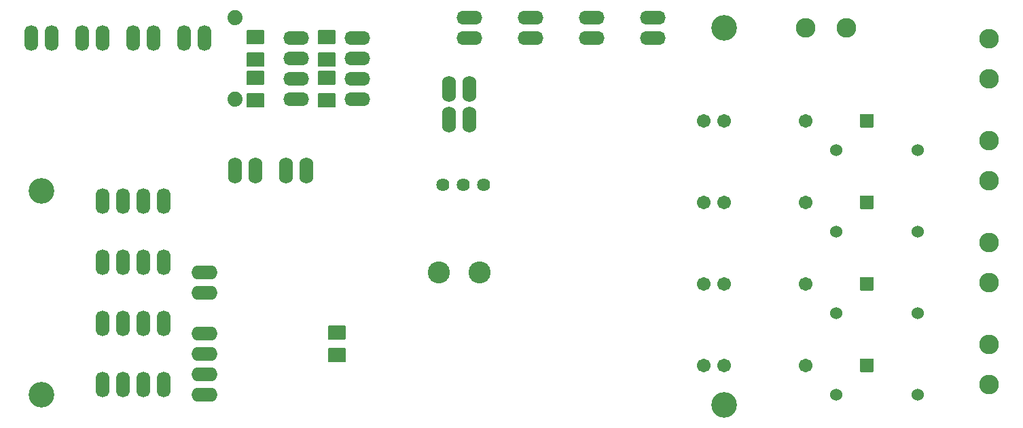
<source format=gbr>
%TF.GenerationSoftware,KiCad,Pcbnew,5.1.9-73d0e3b20d~88~ubuntu18.04.1*%
%TF.CreationDate,2021-01-30T02:03:27+01:00*%
%TF.ProjectId,terraesp,74657272-6165-4737-902e-6b696361645f,rev?*%
%TF.SameCoordinates,Original*%
%TF.FileFunction,Soldermask,Bot*%
%TF.FilePolarity,Negative*%
%FSLAX46Y46*%
G04 Gerber Fmt 4.6, Leading zero omitted, Abs format (unit mm)*
G04 Created by KiCad (PCBNEW 5.1.9-73d0e3b20d~88~ubuntu18.04.1) date 2021-01-30 02:03:27*
%MOMM*%
%LPD*%
G01*
G04 APERTURE LIST*
%ADD10C,3.200000*%
%ADD11C,1.711200*%
%ADD12C,1.625600*%
%ADD13C,2.453200*%
%ADD14C,1.524000*%
%ADD15O,3.251200X1.727200*%
%ADD16O,1.727200X3.251200*%
%ADD17C,2.743200*%
%ADD18O,3.219200X1.711200*%
%ADD19O,1.711200X3.219200*%
%ADD20C,1.879600*%
G04 APERTURE END LIST*
D10*
%TO.C,@HOLE0*%
X173911100Y-82613600D03*
%TD*%
%TO.C,@HOLE1*%
X173911100Y-129603600D03*
%TD*%
%TO.C,@HOLE2*%
X88821100Y-128333600D03*
%TD*%
%TO.C,@HOLE3*%
X88821100Y-102933600D03*
%TD*%
%TO.C,K1*%
G36*
G01*
X190835500Y-94927600D02*
X190835500Y-93419600D01*
G75*
G02*
X190937100Y-93318000I101600J0D01*
G01*
X192445100Y-93318000D01*
G75*
G02*
X192546700Y-93419600I0J-101600D01*
G01*
X192546700Y-94927600D01*
G75*
G02*
X192445100Y-95029200I-101600J0D01*
G01*
X190937100Y-95029200D01*
G75*
G02*
X190835500Y-94927600I0J101600D01*
G01*
G37*
D11*
X184071100Y-94173600D03*
X173911100Y-94173600D03*
X171371100Y-94173600D03*
%TD*%
D12*
%TO.C,U$1*%
X138861100Y-102183600D03*
X141401100Y-102183600D03*
X143941100Y-102183600D03*
%TD*%
D13*
%TO.C,SSR_0*%
X206931100Y-83923600D03*
X206931100Y-88923600D03*
%TD*%
%TO.C,SSR_IN1*%
X189111100Y-82613600D03*
X184111100Y-82613600D03*
%TD*%
D14*
%TO.C,F1*%
X198041100Y-97853600D03*
X187881100Y-97853600D03*
%TD*%
D15*
%TO.C,EN1*%
X109141100Y-115633600D03*
X109141100Y-113093600D03*
%TD*%
%TO.C,R5*%
G36*
G01*
X126651100Y-121485200D02*
X124651100Y-121485200D01*
G75*
G02*
X124549500Y-121383600I0J101600D01*
G01*
X124549500Y-119783600D01*
G75*
G02*
X124651100Y-119682000I101600J0D01*
G01*
X126651100Y-119682000D01*
G75*
G02*
X126752700Y-119783600I0J-101600D01*
G01*
X126752700Y-121383600D01*
G75*
G02*
X126651100Y-121485200I-101600J0D01*
G01*
G37*
G36*
G01*
X126651100Y-124285200D02*
X124651100Y-124285200D01*
G75*
G02*
X124549500Y-124183600I0J101600D01*
G01*
X124549500Y-122583600D01*
G75*
G02*
X124651100Y-122482000I101600J0D01*
G01*
X126651100Y-122482000D01*
G75*
G02*
X126752700Y-122583600I0J-101600D01*
G01*
X126752700Y-124183600D01*
G75*
G02*
X126651100Y-124285200I-101600J0D01*
G01*
G37*
%TD*%
D16*
%TO.C,BOOT1*%
X121841100Y-100393600D03*
X119301100Y-100393600D03*
%TD*%
D17*
%TO.C,C1*%
X138351100Y-113093600D03*
X143431100Y-113093600D03*
%TD*%
%TO.C,K2*%
G36*
G01*
X190835500Y-105087600D02*
X190835500Y-103579600D01*
G75*
G02*
X190937100Y-103478000I101600J0D01*
G01*
X192445100Y-103478000D01*
G75*
G02*
X192546700Y-103579600I0J-101600D01*
G01*
X192546700Y-105087600D01*
G75*
G02*
X192445100Y-105189200I-101600J0D01*
G01*
X190937100Y-105189200D01*
G75*
G02*
X190835500Y-105087600I0J101600D01*
G01*
G37*
D11*
X184071100Y-104333600D03*
X173911100Y-104333600D03*
X171371100Y-104333600D03*
%TD*%
D13*
%TO.C,SSR_1*%
X206931100Y-96623600D03*
X206931100Y-101623600D03*
%TD*%
D14*
%TO.C,F2*%
X198041100Y-108013600D03*
X187881100Y-108013600D03*
%TD*%
%TO.C,K3*%
G36*
G01*
X190835500Y-115247600D02*
X190835500Y-113739600D01*
G75*
G02*
X190937100Y-113638000I101600J0D01*
G01*
X192445100Y-113638000D01*
G75*
G02*
X192546700Y-113739600I0J-101600D01*
G01*
X192546700Y-115247600D01*
G75*
G02*
X192445100Y-115349200I-101600J0D01*
G01*
X190937100Y-115349200D01*
G75*
G02*
X190835500Y-115247600I0J101600D01*
G01*
G37*
D11*
X184071100Y-114493600D03*
X173911100Y-114493600D03*
X171371100Y-114493600D03*
%TD*%
D13*
%TO.C,SSR_2*%
X206931100Y-109323600D03*
X206931100Y-114323600D03*
%TD*%
D14*
%TO.C,F3*%
X198041100Y-118173600D03*
X187881100Y-118173600D03*
%TD*%
%TO.C,K4*%
G36*
G01*
X190835500Y-125407600D02*
X190835500Y-123899600D01*
G75*
G02*
X190937100Y-123798000I101600J0D01*
G01*
X192445100Y-123798000D01*
G75*
G02*
X192546700Y-123899600I0J-101600D01*
G01*
X192546700Y-125407600D01*
G75*
G02*
X192445100Y-125509200I-101600J0D01*
G01*
X190937100Y-125509200D01*
G75*
G02*
X190835500Y-125407600I0J101600D01*
G01*
G37*
D11*
X184071100Y-124653600D03*
X173911100Y-124653600D03*
X171371100Y-124653600D03*
%TD*%
D13*
%TO.C,SSR_3*%
X206931100Y-122023600D03*
X206931100Y-127023600D03*
%TD*%
D14*
%TO.C,F4*%
X198041100Y-128333600D03*
X187881100Y-128333600D03*
%TD*%
D18*
%TO.C,X1*%
X165021100Y-81343600D03*
X165021100Y-83883600D03*
%TD*%
%TO.C,X2*%
X157401100Y-81343600D03*
X157401100Y-83883600D03*
%TD*%
%TO.C,X3*%
X149781100Y-81343600D03*
X149781100Y-83883600D03*
%TD*%
%TO.C,+12V-1*%
X142161100Y-81343600D03*
X142161100Y-83883600D03*
%TD*%
D19*
%TO.C,I2C1*%
X104061100Y-104203600D03*
X101521100Y-104203600D03*
X98981100Y-104203600D03*
X96441100Y-104203600D03*
%TD*%
%TO.C,X6*%
X104061100Y-111823600D03*
X101521100Y-111823600D03*
X98981100Y-111823600D03*
X96441100Y-111823600D03*
%TD*%
%TO.C,X7*%
X104061100Y-119443600D03*
X101521100Y-119443600D03*
X98981100Y-119443600D03*
X96441100Y-119443600D03*
%TD*%
%TO.C,X8*%
X104061100Y-127063600D03*
X101521100Y-127063600D03*
X98981100Y-127063600D03*
X96441100Y-127063600D03*
%TD*%
D18*
%TO.C,A0*%
X128191100Y-83883600D03*
X128191100Y-86423600D03*
X128191100Y-88963600D03*
X128191100Y-91503600D03*
%TD*%
%TO.C,R15*%
G36*
G01*
X123381100Y-90732000D02*
X125381100Y-90732000D01*
G75*
G02*
X125482700Y-90833600I0J-101600D01*
G01*
X125482700Y-92433600D01*
G75*
G02*
X125381100Y-92535200I-101600J0D01*
G01*
X123381100Y-92535200D01*
G75*
G02*
X123279500Y-92433600I0J101600D01*
G01*
X123279500Y-90833600D01*
G75*
G02*
X123381100Y-90732000I101600J0D01*
G01*
G37*
G36*
G01*
X123381100Y-87932000D02*
X125381100Y-87932000D01*
G75*
G02*
X125482700Y-88033600I0J-101600D01*
G01*
X125482700Y-89633600D01*
G75*
G02*
X125381100Y-89735200I-101600J0D01*
G01*
X123381100Y-89735200D01*
G75*
G02*
X123279500Y-89633600I0J101600D01*
G01*
X123279500Y-88033600D01*
G75*
G02*
X123381100Y-87932000I101600J0D01*
G01*
G37*
%TD*%
%TO.C,R16*%
G36*
G01*
X125381100Y-84655200D02*
X123381100Y-84655200D01*
G75*
G02*
X123279500Y-84553600I0J101600D01*
G01*
X123279500Y-82953600D01*
G75*
G02*
X123381100Y-82852000I101600J0D01*
G01*
X125381100Y-82852000D01*
G75*
G02*
X125482700Y-82953600I0J-101600D01*
G01*
X125482700Y-84553600D01*
G75*
G02*
X125381100Y-84655200I-101600J0D01*
G01*
G37*
G36*
G01*
X125381100Y-87455200D02*
X123381100Y-87455200D01*
G75*
G02*
X123279500Y-87353600I0J101600D01*
G01*
X123279500Y-85753600D01*
G75*
G02*
X123381100Y-85652000I101600J0D01*
G01*
X125381100Y-85652000D01*
G75*
G02*
X125482700Y-85753600I0J-101600D01*
G01*
X125482700Y-87353600D01*
G75*
G02*
X125381100Y-87455200I-101600J0D01*
G01*
G37*
%TD*%
%TO.C,A1*%
X120571100Y-91503600D03*
X120571100Y-88963600D03*
X120571100Y-86423600D03*
X120571100Y-83883600D03*
%TD*%
%TO.C,R17*%
G36*
G01*
X114491100Y-90732000D02*
X116491100Y-90732000D01*
G75*
G02*
X116592700Y-90833600I0J-101600D01*
G01*
X116592700Y-92433600D01*
G75*
G02*
X116491100Y-92535200I-101600J0D01*
G01*
X114491100Y-92535200D01*
G75*
G02*
X114389500Y-92433600I0J101600D01*
G01*
X114389500Y-90833600D01*
G75*
G02*
X114491100Y-90732000I101600J0D01*
G01*
G37*
G36*
G01*
X114491100Y-87932000D02*
X116491100Y-87932000D01*
G75*
G02*
X116592700Y-88033600I0J-101600D01*
G01*
X116592700Y-89633600D01*
G75*
G02*
X116491100Y-89735200I-101600J0D01*
G01*
X114491100Y-89735200D01*
G75*
G02*
X114389500Y-89633600I0J101600D01*
G01*
X114389500Y-88033600D01*
G75*
G02*
X114491100Y-87932000I101600J0D01*
G01*
G37*
%TD*%
%TO.C,R18*%
G36*
G01*
X116491100Y-84655200D02*
X114491100Y-84655200D01*
G75*
G02*
X114389500Y-84553600I0J101600D01*
G01*
X114389500Y-82953600D01*
G75*
G02*
X114491100Y-82852000I101600J0D01*
G01*
X116491100Y-82852000D01*
G75*
G02*
X116592700Y-82953600I0J-101600D01*
G01*
X116592700Y-84553600D01*
G75*
G02*
X116491100Y-84655200I-101600J0D01*
G01*
G37*
G36*
G01*
X116491100Y-87455200D02*
X114491100Y-87455200D01*
G75*
G02*
X114389500Y-87353600I0J101600D01*
G01*
X114389500Y-85753600D01*
G75*
G02*
X114491100Y-85652000I101600J0D01*
G01*
X116491100Y-85652000D01*
G75*
G02*
X116592700Y-85753600I0J-101600D01*
G01*
X116592700Y-87353600D01*
G75*
G02*
X116491100Y-87455200I-101600J0D01*
G01*
G37*
%TD*%
D16*
%TO.C,CON0_5V1*%
X139621100Y-94043600D03*
X142161100Y-94043600D03*
%TD*%
%TO.C,-5V+1*%
X139621100Y-90233600D03*
X142161100Y-90233600D03*
%TD*%
%TO.C,OTA1*%
X112951100Y-100393600D03*
X115491100Y-100393600D03*
%TD*%
D19*
%TO.C,PWM0*%
X87551100Y-83883600D03*
X90091100Y-83883600D03*
%TD*%
%TO.C,PWM1*%
X93901100Y-83883600D03*
X96441100Y-83883600D03*
%TD*%
%TO.C,PWM2*%
X100251100Y-83883600D03*
X102791100Y-83883600D03*
%TD*%
%TO.C,PWM3*%
X106601100Y-83883600D03*
X109141100Y-83883600D03*
%TD*%
D15*
%TO.C,UART0*%
X109141100Y-120713600D03*
X109141100Y-123253600D03*
X109141100Y-125793600D03*
X109141100Y-128333600D03*
%TD*%
D20*
%TO.C,D2*%
X112951100Y-81343600D03*
X112951100Y-91503600D03*
%TD*%
M02*

</source>
